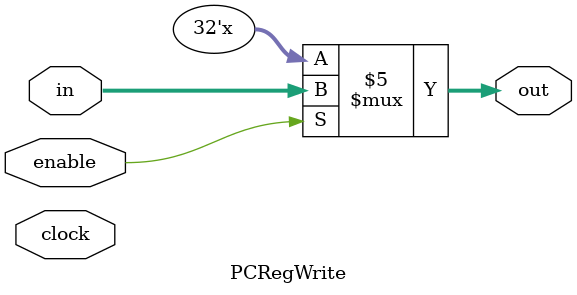
<source format=v>
module PCRegWrite(clock,in,out,enable);
input [31:0] in;
input clock,enable;
output reg [31:0] out;

initial begin
    out=32'b0;
end

always @(in) begin
    if(enable==1'b1)
        out=in;
end

endmodule

</source>
